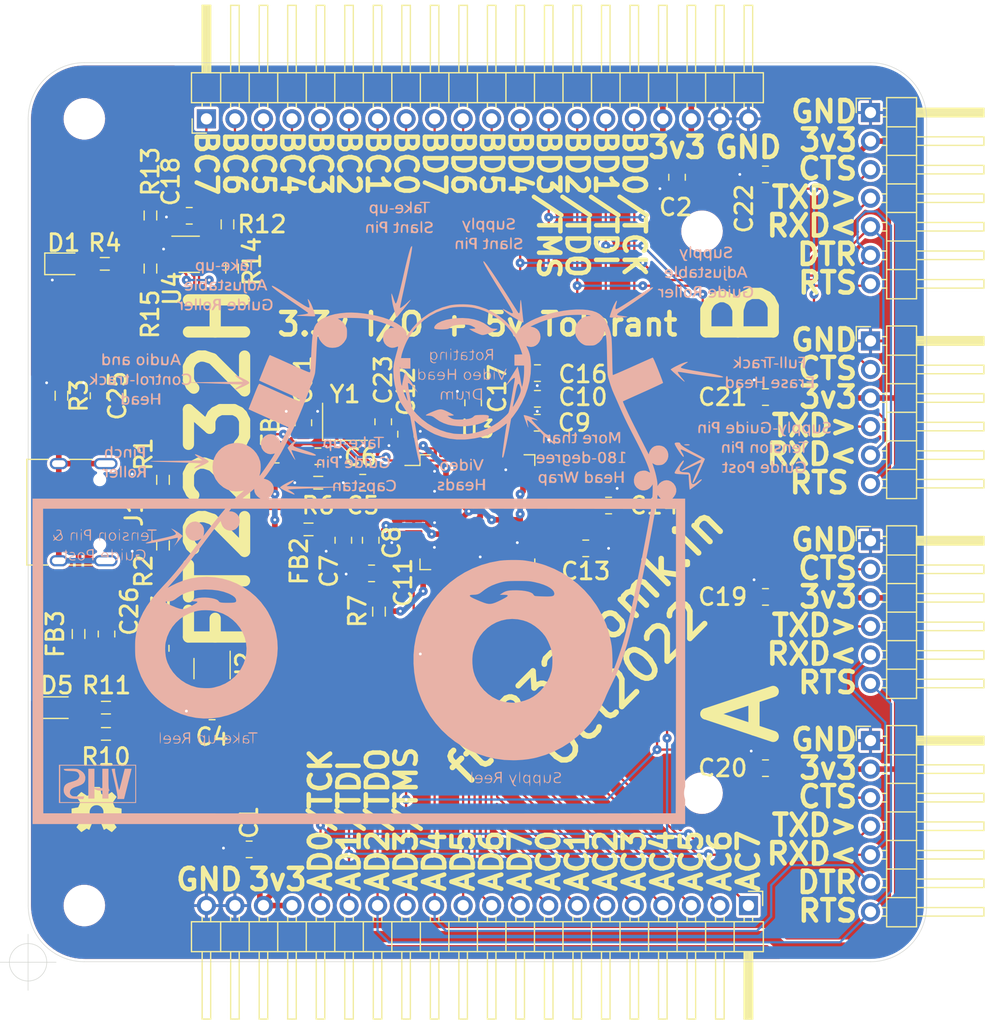
<source format=kicad_pcb>
(kicad_pcb (version 20211014) (generator pcbnew)
  (layers (0 "F.Cu" signal) (31 "B.Cu" signal) (34 "B.Paste" user) (35 "F.Paste" user) (36 "B.SilkS" user "B.Silkscreen") (37 "F.SilkS" user "F.Silkscreen") (38 "B.Mask" user) (39 "F.Mask" user) (44 "Edge.Cuts" user))
  (net 0 "")
  (net 1 "+5V")
  (net 2 "GND")
  (net 3 "/AD7")
  (net 4 "+3V3")
  (net 5 "/VPHY")
  (net 6 "/VPLL")
  (net 7 "VREG")
  (net 8 "/AC0")
  (net 9 "Net-(C25-Pad2)")
  (net 10 "Net-(D1-Pad2)")
  (net 11 "/AC1")
  (net 12 "/AC2")
  (net 13 "/AC3")
  (net 14 "/AC4")
  (net 15 "/AC5")
  (net 16 "/AC6")
  (net 17 "/~{ENABLE}")
  (net 18 "Net-(D5-Pad2)")
  (net 19 "/VBUS")
  (net 20 "/USB_DP")
  (net 21 "Net-(J1-PadB5)")
  (net 23 "/USB_DN")
  (net 24 "Net-(J1-PadA5)")
  (net 26 "/AC7")
  (net 27 "/BC0")
  (net 28 "/BC1")
  (net 29 "/BC2")
  (net 30 "/BC3")
  (net 31 "/BC4")
  (net 32 "/BC5")
  (net 33 "/BC6")
  (net 34 "/BC7")
  (net 35 "Net-(R6-Pad2)")
  (net 36 "Net-(R7-Pad2)")
  (net 37 "/EECS")
  (net 38 "Net-(R13-Pad2)")
  (net 39 "/EECLK")
  (net 40 "/EEDATA")
  (net 41 "/BD5")
  (net 42 "/BD7")
  (net 43 "/BD4")
  (net 44 "/BD3")
  (net 45 "/BD1")
  (net 46 "/BD0")
  (net 47 "/AD0")
  (net 48 "/AD2")
  (net 49 "/AD4")
  (net 50 "/AD1")
  (net 51 "/AD3")
  (net 52 "/AD5")
  (net 53 "/AD6")
  (net 54 "/BD2")
  (net 55 "/BD6")
  (net 58 "Net-(C23-Pad1)")
  (net 59 "Net-(C31-Pad1)")
  (footprint "Inductor_SMD:L_0805_2012Metric" (layer "F.Cu") (at 61.9252 109.728 180)
    (fp_text reference "R10")
    (fp_text value "10k")
  )
  (footprint "ft2232-breakout:USB_C_Receptacle_HRO_TYPE-C-31-M-12" (layer "F.Cu") (at 58.7732 90 -90)
    (fp_text reference "J1")
    (fp_text value "USB_C_Receptacle_USB2.0")
  )
  (footprint "LED_SMD:LED_0805_2012Metric" (layer "F.Cu") (at 58.1636 67.9008)
    (fp_text reference "D1")
    (fp_text value "YELLOW")
  )
  (footprint "Inductor_SMD:L_0805_2012Metric" (layer "F.Cu") (at 80.8266 87.376)
    (fp_text reference "R6")
    (fp_text value "12k, 1%")
  )
  (footprint "Capacitor_SMD:C_0805_2012Metric" (layer "F.Cu") (at 104.648 93.218)
    (fp_text reference "C13")
    (fp_text value "100n")
  )
  (footprint "Capacitor_SMD:C_0805_2012Metric" (layer "F.Cu") (at 61.2648 79.6356 -90)
    (fp_text reference "C25")
    (fp_text value "NF")
  )
  (footprint "Connector_PinHeader_2.54mm:PinHeader_1x06_P2.54mm_Horizontal" (layer "F.Cu") (at 130 92.54)
    (fp_text reference "J6" hide)
    (fp_text value "Conn_01x06")
  )
  (footprint "Capacitor_SMD:C_0805_2012Metric" (layer "F.Cu") (at 100.3452 79.9084)
    (fp_text reference "C10")
    (fp_text value "2u2")
  )
  (footprint "Connector_PinHeader_2.54mm:PinHeader_1x07_P2.54mm_Horizontal" (layer "F.Cu") (at 130 110.32)
    (fp_text reference "J4" hide)
    (fp_text value "Conn_01x07")
  )
  (footprint "Capacitor_SMD:C_0805_2012Metric" (layer "F.Cu") (at 80.8012 85.0288)
    (fp_text reference "C6")
    (fp_text value "2u2")
  )
  (footprint "Capacitor_SMD:C_0805_2012Metric" (layer "F.Cu") (at 86.614 81.9554 -90)
    (fp_text reference "C23")
    (fp_text value "30pF")
  )
  (footprint "Inductor_SMD:L_0805_2012Metric" (layer "F.Cu") (at 67.0052 87.122 -90)
    (fp_text reference "R1")
    (fp_text value "5k1")
  )
  (footprint "Capacitor_SMD:C_0805_2012Metric" (layer "F.Cu") (at 84.789 87.376 180)
    (fp_text reference "C5")
    (fp_text value "100n")
  )
  (footprint "Package_QFP:LQFP-64_10x10mm_P0.5mm" (layer "F.Cu") (at 95 90)
    (fp_text reference "U3")
    (fp_text value "FT2232HL")
  )
  (footprint "ft2232-breakout:SOT-23-6_RoundRect" (layer "F.Cu") (at 69.342 67.0517)
    (fp_text reference "U4")
    (fp_text value "93LC46BT-I/OT")
  )
  (footprint "MountingHole:MountingHole_3.2mm_M3_ISO7380" (layer "F.Cu") (at 60 55)
    (fp_text reference "H2" hide)
    (fp_text value "MountingHole" hide)
  )
  (footprint "Capacitor_SMD:C_0805_2012Metric" (layer "F.Cu") (at 91.44 101.6 -90)
    (fp_text reference "C15")
    (fp_text value "100n")
  )
  (footprint "ft2232-breakout:SOT-23-5_RoundRect" (layer "F.Cu") (at 71.374 103.918 -90)
    (fp_text reference "U2")
    (fp_text value "MIC5205-3.3YM5")
  )
  (footprint "MountingHole:MountingHole_3.2mm_M3_ISO7380" (layer "F.Cu") (at 115 65)
    (fp_text reference "H1" hide)
    (fp_text value "MountingHole" hide)
  )
  (footprint "Inductor_SMD:L_0805_2012Metric" (layer "F.Cu") (at 65.8876 63.5973 -90)
    (fp_text reference "R13")
    (fp_text value "10k")
  )
  (footprint "ft2232-breakout:Crystal_SMD_3225-4Pin_3.2x2.5mm_RoundRect" (layer "F.Cu") (at 83.2142 81.9554)
    (fp_text reference "Y1")
    (fp_text value "12MHz")
  )
  (footprint "Capacitor_SMD:C_0805_2012Metric" (layer "F.Cu") (at 85.5002 92.4964 -90)
    (fp_text reference "C8")
    (fp_text value "100n")
  )
  (footprint "Inductor_SMD:L_0805_2012Metric" (layer "F.Cu") (at 61.8236 67.9008 180)
    (fp_text reference "R4")
    (fp_text value "330")
  )
  (footprint "Inductor_SMD:L_0805_2012Metric" (layer "F.Cu") (at 73.152 68.326 -90)
    (fp_text reference "R14")
    (fp_text value "10k")
  )
  (footprint "Inductor_SMD:L_0805_2012Metric" (layer "F.Cu") (at 76.9404 85.0542)
    (fp_text reference "FB1")
    (fp_text value "600R, 0.5A")
  )
  (footprint "Connector_PinHeader_2.54mm:PinHeader_1x07_P2.54mm_Horizontal" (layer "F.Cu") (at 130 54.44)
    (fp_text reference "J5" hide)
    (fp_text value "Conn_01x07")
  )
  (footprint "Inductor_SMD:L_0805_2012Metric" (layer "F.Cu") (at 72.7456 64.389 -90)
    (fp_text reference "R12")
    (fp_text value "10k")
  )
  (footprint "ft2232-breakout:OSHW-Symbol_4.4x4mm_SilkScreen" (layer "F.Cu") (at 61.087 116.459)
    (fp_text reference "LOGO1" hide)
    (fp_text value "Logo_Open_Hardware_Small" hide)
  )
  (footprint "MountingHole:MountingHole_3.2mm_M3_ISO7380" (layer "F.Cu") (at 115 115)
    (fp_text reference "H4" hide)
    (fp_text value "MountingHole" hide)
  )
  (footprint "Capacitor_SMD:C_0805_2012Metric" (layer "F.Cu") (at 100.33 82.042)
    (fp_text reference "C9")
    (fp_text value "2u2")
  )
  (footprint "Inductor_SMD:L_0805_2012Metric" (layer "F.Cu") (at 65.8876 68.3217 90)
    (fp_text reference "R15")
    (fp_text value "2.2k")
  )
  (footprint "Capacitor_SMD:C_0805_2012Metric" (layer "F.Cu") (at 120.65 112.776 180)
    (fp_text reference "C20")
    (fp_text value "2u2")
  )
  (footprint "MountingHole:MountingHole_3.2mm_M3_ISO7380" (layer "F.Cu") (at 60 125)
    (fp_text reference "H3" hide)
    (fp_text value "MountingHole" hide)
  )
  (footprint "Capacitor_SMD:C_0805_2012Metric" (layer "F.Cu") (at 120.65 59.944 180)
    (fp_text reference "C22")
    (fp_text value "2u2")
  )
  (footprint "Inductor_SMD:L_0805_2012Metric" (layer "F.Cu") (at 67.0052 92.964 -90)
    (fp_text reference "R2")
    (fp_text value "5k1")
  )
  (footprint "Capacitor_SMD:C_0805_2012Metric" (layer "F.Cu") (at 112.776 60.198 -90)
    (fp_text reference "C2")
    (fp_text value "2u2")
  )
  (footprint "Connector_PinHeader_2.54mm:PinHeader_1x20_P2.54mm_Horizontal" (layer "F.Cu") (at 70.87 55 90)
    (fp_text reference "J3" hide)
    (fp_text value "Conn_01x20")
  )
  (footprint "Inductor_SMD:L_0805_2012Metric" (layer "F.Cu") (at 59.4868 100.838 90)
    (fp_text reference "FB3")
    (fp_text value "600R, 0.5A")
  )
  (footprint "Capacitor_SMD:C_0805_2012Metric" (layer "F.Cu") (at 120.65 79.756 180)
    (fp_text reference "C21")
    (fp_text value "2u2")
  )
  (footprint "LED_SMD:LED_0805_2012Metric" (layer "F.Cu") (at 57.5564 107.3912)
    (fp_text reference "D5")
    (fp_text value "GREEN")
  )
  (footprint "Capacitor_SMD:C_0805_2012Metric" (layer "F.Cu") (at 120.65 97.536 180)
    (fp_text reference "C19")
    (fp_text value "2u2")
  )
  (footprint "Capacitor_SMD:C_0805_2012Metric" (layer "F.Cu") (at 100.3452 77.6224)
    (fp_text reference "C16")
    (fp_text value "100n")
  )
  (footprint "Capacitor_SMD:C_0805_2012Metric" (layer "F.Cu") (at 69.342 63.627 180)
    (fp_text reference "C18")
    (fp_text value "100n")
  )
  (footprint "Capacitor_SMD:C_0805_2012Metric" (layer "F.Cu") (at 66.802 102.108 90)
    (fp_text reference "C3")
    (fp_text value "2u2")
  )
  (footprint "Inductor_SMD:L_0805_2012Metric" (layer "F.Cu") (at 61.9252 107.3912)
    (fp_text reference "R11")
    (fp_text value "330")
  )
  (footprint "Inductor_SMD:L_0805_2012Metric" (layer "F.Cu") (at 57.9628 79.6356 -90)
    (fp_text reference "R3")
    (fp_text value "1M")
  )
  (footprint "Inductor_SMD:L_0805_2012Metric" (layer "F.Cu") (at 86.2368 98.8464 90)
    (fp_text reference "R7")
    (fp_text value "10k")
  )
  (footprint "Capacitor_SMD:C_0805_2012Metric" (layer "F.Cu") (at 74.676 120 180)
    (fp_text reference "C1")
    (fp_text value "2u2")
  )
  (footprint "Inductor_SMD:L_0805_2012Metric" (layer "F.Cu") (at 79.963 91.5312)
    (fp_text reference "FB2")
    (fp_text value "600R, 0.5A")
  )
  (footprint "Connector_PinHeader_2.54mm:PinHeader_1x06_P2.54mm_Horizontal" (layer "F.Cu") (at 130 74.76)
    (fp_text reference "J7" hide)
    (fp_text value "Conn_01x06")
  )
  (footprint "Connector_PinHeader_2.54mm:PinHeader_1x20_P2.54mm_Horizontal" (layer "F.Cu") (at 119.13 125 -90)
    (fp_text reference "J2" hide)
    (fp_text value "Conn_01x20")
  )
  (footprint "Capacitor_SMD:C_0805_2012Metric" (layer "F.Cu") (at 61.976 100.838 90)
    (fp_text reference "C26")
    (fp_text value "100n")
  )
  (footprint "Capacitor_SMD:C_0805_2012Metric" (layer "F.Cu") (at 71.374 107.728 180)
    (fp_text reference "C4")
    (fp_text value "2u2")
  )
  (footprint "Capacitor_SMD:C_0805_2012Metric" (layer "F.Cu") (at 106.68 89.408)
    (fp_text reference "C14")
    (fp_text value "100n")
  )
  (footprint "Capacitor_SMD:C_0805_2012Metric" (layer "F.Cu") (at 83.0618 92.4964 -90)
    (fp_text reference "C7")
    (fp_text value "2u2")
  )
  (footprint "Capacitor_SMD:C_0805_2012Metric" (layer "F.Cu") (at 85.5764 95.4428 180)
    (fp_text reference "C11")
    (fp_text value "100n")
  )
  (footprint "Capacitor_SMD:C_0805_2012Metric" (layer "F.Cu") (at 94.6188 80.264 90)
    (fp_text reference "C17")
    (fp_text value "100n")
  )
  (footprint "Capacitor_SMD:C_0805_2012Metric" (layer "F.Cu") (at 88.646 83.058 90)
    (fp_text reference "C12")
    (fp_text value "100n")
  )
  (footprint "Capacitor_SMD:C_0805_2012Metric" (layer "F.Cu") (at 79.502 82.042 90)
    (fp_text reference "C31")
    (fp_text value "30pF")
  )
  (footprint "ft2232-breakout:logo" (layer "B.Cu") (at 90.169178 90.472847 180)
    (fp_text reference "G***" hide)
    (fp_text value "LOGO" hide)
  )
  (gr_arc (start 135 125) (mid 133.535534 128.535534) (end 130 130) (layer "Edge.Cuts") (width 0.05))
  (gr_arc (start 60 130) (mid 56.464466 128.535534) (end 55 125) (layer "Edge.Cuts") (width 0.05))
  (gr_line (start 60 130) (end 130 130) (layer "Edge.Cuts") (width 0.05))
  (gr_line (start 135 125) (end 135 55) (layer "Edge.Cuts") (width 0.05))
  (gr_line (start 55 55) (end 55 125) (layer "Edge.Cuts") (width 0.05))
  (gr_arc (start 130 50) (mid 133.535534 51.464466) (end 135 55) (layer "Edge.Cuts") (width 0.05))
  (gr_line (start 130 50) (end 60 50) (layer "Edge.Cuts") (width 0.05))
  (gr_arc (start 55 55) (mid 56.464466 51.464466) (end 60 50) (layer "Edge.Cuts") (width 0.05))
  (gr_text "AC3" (at 108.966 123.952 90) (layer "F.SilkS") (effects (font (size 1.9 1.9) (thickness 0.4)) (justify left)))
  (gr_text "DTR" (at 129.032 67.056) (layer "F.SilkS") (effects (font (size 1.9 1.9) (thickness 0.4)) (justify right)))
  (gr_text "3v3" (at 129.032 79.756) (layer "F.SilkS") (effects (font (size 1.9 1.9) (thickness 0.4)) (justify right)))
  (gr_text "GND" (at 129.032 74.676) (layer "F.SilkS") (effects (font (size 1.9 1.9) (thickness 0.4)) (justify right)))
  (gr_text "RXD<" (at 129.032 120.396) (layer "F.SilkS") (effects (font (size 1.9 1.9) (thickness 0.4)) (justify right)))
  (gr_text "TXD>" (at 129.032 61.976) (layer "F.SilkS") (effects (font (size 1.9 1.9) (thickness 0.4)) (justify right)))
  (gr_text "AC7" (at 119.126 123.952 90) (layer "F.SilkS") (effects (font (size 1.9 1.9) (thickness 0.4)) (justify left)))
  (gr_text "AC5" (at 114.046 123.952 90) (layer "F.SilkS") (effects (font (size 1.9 1.9) (thickness 0.4)) (justify left)))
  (gr_text "AC6" (at 116.586 123.952 90) (layer "F.SilkS") (effects (font (size 1.9 1.9) (thickness 0.4)) (justify left)))
  (gr_text "BD2/TDO" (at 103.886 55.88 270) (layer "F.SilkS") (effects (font (size 1.9 1.9) (thickness 0.4)) (justify left)))
  (gr_text "BC5" (at 75.946 55.88 270) (layer "F.SilkS") (effects (font (size 1.9 1.9) (thickness 0.4)) (justify left)))
  (gr_text "RTS" (at 129.032 105.156) (layer "F.SilkS") (effects (font (size 1.9 1.9) (thickness 0.4)) (justify right)))
  (gr_text "CTS" (at 129.032 59.436) (layer "F.SilkS") (effects (font (size 1.9 1.9) (thickness 0.4)) (justify right)))
  (gr_text "TXD>" (at 129.032 100.076) (layer "F.SilkS") (effects (font (size 1.9 1.9) (thickness 0.4)) (justify right)))
  (gr_text "AD6" (at 96.266 123.952 90) (layer "F.SilkS") (effects (font (size 1.9 1.9) (thickness 0.4)) (justify left)))
  (gr_text "CTS" (at 129.032 94.996) (layer "F.SilkS") (effects (font (size 1.9 1.9) (thickness 0.4)) (justify right)))
  (gr_text "GND" (at 129.032 54.356) (layer "F.SilkS") (effects (font (size 1.9 1.9) (thickness 0.4)) (justify right)))
  (gr_text "RXD<" (at 129.032 64.516) (layer "F.SilkS") (effects (font (size 1.9 1.9) (thickness 0.4)) (justify right)))
  (gr_text "GND" (at 129.032 110.236) (layer "F.SilkS") (effects (font (size 1.9 1.9) (thickness 0.4)) (justify right)))
  (gr_text "AD1/TDI" (at 83.566 123.952 90) (layer "F.SilkS") (effects (font (size 1.9 1.9) (thickness 0.4)) (justify left)))
  (gr_text "FT2232H" (at 72.009 86.106 90) (layer "F.SilkS") (effects (font (size 5 5) (thickness 1))))
  (gr_text "BC6" (at 73.406 55.88 270) (layer "F.SilkS") (effects (font (size 1.9 1.9) (thickness 0.4)) (justify left)))
  (gr_text "BD5" (at 96.266 55.88 270) (layer "F.SilkS") (effects (font (size 1.9 1.9) (thickness 0.4)) (justify left)))
  (gr_text "BC3" (at 81.026 55.88 270) (layer "F.SilkS") (effects (font (size 1.9 1.9) (thickness 0.4)) (justify left)))
  (gr_text "GND" (at 129.032 92.456) (layer "F.SilkS") (effects (font (size 1.9 1.9) (thickness 0.4)) (justify right)))
  (gr_text "AD5" (at 93.726 123.952 90) (layer "F.SilkS") (effects (font (size 1.9 1.9) (thickness 0.4)) (justify left)))
  (gr_text "3v3" (at 129.032 97.536) (layer "F.SilkS") (effects (font (size 1.9 1.9) (thickness 0.4)) (justify right)))
  (gr_text "AD3/TMS" (at 88.646 123.952 90) (layer "F.SilkS") (effects (font (size 1.9 1.9) (thickness 0.4)) (justify left)))
  (gr_text "3v3" (at 77.216 122.682) (layer "F.SilkS") (effects (font (size 1.9 1.9) (thickness 0.4))))
  (gr_text "BD4" (at 98.806 55.88 270) (layer "F.SilkS") (effects (font (size 1.9 1.9) (thickness 0.4)) (justify left)))
  (gr_text "RTS" (at 129.032 69.596) (layer "F.SilkS") (effects (font (size 1.9 1.9) (thickness 0.4)) (justify right)))
  (gr_text "BC7" (at 70.866 55.88 270) (layer "F.SilkS") (effects (font (size 1.9 1.9) (thickness 0.4)) (justify left)))
  (gr_text "BD7" (at 91.186 55.88 270) (layer "F.SilkS") (effects (font (size 1.9 1.9) (thickness 0.4)) (justify left)))
  (gr_text "ft2232.tomk.in\nOct2022" (at 106.299 103.505 45) (layer "F.SilkS") (effects (font (size 3 3) (thickness 0.5))))
  (gr_text "AC2" (at 106.426 123.952 90) (layer "F.SilkS") (effects (font (size 1.9 1.9) (thickness 0.4)) (justify left)))
  (gr_text "RTS" (at 129.032 125.476) (layer "F.SilkS") (effects (font (size 1.9 1.9) (thickness 0.4)) (justify right)))
  (gr_text "GND" (at 71.12 122.682) (layer "F.SilkS") (effects (font (size 1.9 1.9) (thickness 0.4))))
  (gr_text "BC2" (at 83.566 55.88 270) (layer "F.SilkS") (effects (font (size 1.9 1.9) (thickness 0.4)) (justify left)))
  (gr_text "BD6" (at 93.726 55.88 270) (layer "F.SilkS") (effects (font (size 1.9 1.9) (thickness 0.4)) (justify left)))
  (gr_text "TXD>" (at 129.032 117.856) (layer "F.SilkS") (effects (font (size 1.9 1.9) (thickness 0.4)) (justify right)))
  (gr_text "BC4" (at 78.486 55.88 270) (layer "F.SilkS") (effects (font (size 1.9 1.9) (thickness 0.4)) (justify left)))
  (gr_text "3v3" (at 129.032 56.896) (layer "F.SilkS") (effects (font (size 1.9 1.9) (thickness 0.4)) (justify right)))
  (gr_text "BD1/TDI" (at 106.426 55.88 270) (layer "F.SilkS") (effects (font (size 1.9 1.9) (thickness 0.4)) (justify left)))
  (gr_text "B" (at 118.618 72.39 90) (layer "F.SilkS") (effects (font (size 6 6) (thickness 1))))
  (gr_text "GND" (at 119.126 57.531) (layer "F.SilkS") (effects (font (size 1.9 1.9) (thickness 0.4))))
  (gr_text "RTS" (at 128.27 87.376) (layer "F.SilkS") (effects (font (size 1.9 1.9) (thickness 0.4)) (justify right)))
  (gr_text "BC0" (at 88.646 55.88 270) (layer "F.SilkS") (effects (font (size 1.9 1.9) (thickness 0.4)) (justify left)))
  (gr_text "RXD<" (at 129.032 84.836) (layer "F.SilkS") (effects (font (size 1.9 1.9) (thickness 0.4)) (justify right)))
  (gr_text "RXD<" (at 129.032 102.616) (layer "F.SilkS") (effects (font (size 1.9 1.9) (thickness 0.4)) (justify right)))
  (gr_text "AD2/TDO" (at 86.106 123.952 90) (layer "F.SilkS") (effects (font (size 1.9 1.9) (thickness 0.4)) (justify left)))
  (gr_text "AC0" (at 101.346 123.952 90) (layer "F.SilkS") (effects (font (size 1.9 1.9) (thickness 0.4)) (justify left)))
  (gr_text "3v3" (at 129.032 112.776) (layer "F.SilkS") (effects (font (size 1.9 1.9) (thickness 0.4)) (justify right)))
  (gr_text "CTS" (at 129.032 77.216) (layer "F.SilkS") (effects (font (size 1.9 1.9) (thickness 0.4)) (justify right)))
  (gr_text "AC4" (at 111.506 123.952 90) (layer "F.SilkS") (effects (font (size 1.9 1.9) (thickness 0.4)) (justify left)))
  (gr_text "CTS" (at 129.032 115.316) (layer "F.SilkS") (effects (font (size 1.9 1.9) (thickness 0.4)) (justify right)))
  (gr_text "A" (at 118.618 107.95 90) (layer "F.SilkS") (effects (font (size 6 6) (thickness 1))))
  (gr_text "TXD>" (at 129.032 82.296) (layer "F.SilkS") (effects (font (size 1.9 1.9) (thickness 0.4)) (justify right)))
  (gr_text "3v3" (at 112.776 57.531) (layer "F.SilkS") (effects (font (size 1.9 1.9) (thickness 0.4))))
  (gr_text "BD0/TCK" (at 108.966 55.88 270) (layer "F.SilkS") (effects (font (size 1.9 1.9) (thickness 0.4)) (justify left)))
  (gr_text "AD7" (at 98.806 123.952 90) (layer "F.SilkS") (effects (font (size 1.9 1.9) (thickness 0.4)) (justify left)))
  (gr_text "BD3/TMS" (at 101.346 55.88 270) (layer "F.SilkS") (effects (font (size 1.9 1.9) (thickness 0.4)) (justify left)))
  (gr_text "3.3v I/O + 5v Tolerant" (at 95 73.279) (layer "F.SilkS") (effects (font (size 2 2) (thickness 0.4))))
  (gr_text "DTR" (at 129.032 122.936) (layer "F.SilkS") (effects (font (size 1.9 1.9) (thickness 0.4)) (justify right)))
  (gr_text "AD4" (at 91.186 123.952 90) (layer "F.SilkS") (effects (font (size 1.9 1.9) (thickness 0.4)) (justify left)))
  (gr_text "BC1" (at 86.106 55.88 270) (layer "F.SilkS") (effects (font (size 1.9 1.9) (thickness 0.4)) (justify left)))
  (gr_text "AD0/TCK" (at 81.026 123.952 90) (layer "F.SilkS") (effects (font (size 1.9 1.9) (thickness 0.4)) (justify left)))
  (gr_text "AC1" (at 103.886 123.952 90) (layer "F.SilkS") (effects (font (size 1.9 1.9) (thickness 0.4)) (justify left)))
  (target plus (at 54.991 130.048) (size 5) (width 0.05) (layer "Edge.Cuts"))
  (segment (start 61.976 101.788) (end 61.976 102.87) (width 0.5) (layer "F.Cu") (net 1))
  (segment (start 66.802 103.886) (end 70.612 103.886) (width 0.5) (layer "F.Cu") (net 1))
  (segment (start 66.802 103.058) (end 66.802 103.886) (width 0.2) (layer "F.Cu") (net 1))
  (segment (start 70.612 103.886) (end 71.882 103.886) (width 0.5) (layer "F.Cu") (net 1))
  (segment (start 59.4868 101.9005) (end 61.8635 101.9005) (width 0.5) (layer "F.Cu") (net 1))
  (segment (start 61.976 102.87) (end 62.992 103.886) (width 0.5) (layer "F.Cu") (net 1))
  (segment (start 70.424 102.818) (end 70.424 103.698) (width 0.2) (layer "F.Cu") (net 1))
  (segment (start 70.424 103.698) (end 70.612 103.886) (width 0.2) (layer "F.Cu") (net 1))
  (segment (start 62.992 103.886) (end 66.802 103.886) (width 0.5) (layer "F.Cu") (net 1))
  (segment (start 71.882 103.886) (end 72.324 103.444) (width 0.2) (layer "F.Cu") (net 1))
  (segment (start 72.324 103.444) (end 72.324 102.818) (width 0.2) (layer "F.Cu") (net 1))
  (segment (start 89.325 93.25) (end 91.051075 93.25) (width 0.2) (layer "F.Cu") (net 2))
  (segment (start 91.004 90.75) (end 91.186 90.932) (width 0.2) (layer "F.Cu") (net 2))
  (segment (start 89.325 86.25) (end 91.076 86.25) (width 0.2) (layer "F.Cu") (net 2))
  (segment (start 98.592 92.75) (end 98.552 92.71) (width 0.2) (layer "F.Cu") (net 2))
  (segment (start 91.051075 93.25) (end 91.170575 93.1305) (width 0.2) (layer "F.Cu") (net 2))
  (segment (start 100.675 92.75) (end 98.592 92.75) (width 0.2) (layer "F.Cu") (net 2))
  (segment (start 89.325 91.25) (end 90.868 91.25) (width 0.2) (layer "F.Cu") (net 2))
  (segment (start 91.076 86.25) (end 91.186 86.36) (width 0.2) (layer "F.Cu") (net 2))
  (segment (start 91.074 88.25) (end 91.186 88.138) (width 0.2) (layer "F.Cu") (net 2))
  (segment (start 89.325 88.25) (end 91.074 88.25) (width 0.2) (layer "F.Cu") (net 2))
  (segment (start 97.75 84.325) (end 97.75 86.002748) (width 0.2) (layer "F.Cu") (net 2))
  (segment (start 90.868 91.25) (end 91.186 90.932) (width 0.2) (layer "F.Cu") (net 2))
  (segment (start 89.325 90.75) (end 91.004 90.75) (width 0.2) (layer "F.Cu") (net 2))
  (segment (start 97.75 86.002748) (end 97.5255 86.227248) (width 0.2) (layer "F.Cu") (net 2))
  (segment (start 95.25 95.675) (end 95.25 93.98) (width 0.2) (layer "F.Cu") (net 2))
  (via (at 67.056 66.5871) (size 0.8) (drill 0.25) (layers "F.Cu" "B.Cu") (net 2))
  (via (at 84.836 84.074) (size 0.8) (drill 0.25) (layers "F.Cu" "B.Cu") (net 2))
  (via (at 87.122 84.074) (size 0.8) (drill 0.25) (layers "F.Cu" "B.Cu") (net 2))
  (via (at 83.058 87.376) (size 0.8) (drill 0.25) (layers "F.Cu" "B.Cu") (net 2))
  (via (at 56.642 78.486) (size 0.8) (drill 0.25) (layers "F.Cu" "B.Cu") (net 2))
  (via (at 98.552 92.71) (size 0.8) (drill 0.25) (layers "F.Cu" "B.Cu") (net 2))
  (via (at 119.634 96.012) (size 0.8) (drill 0.25) (layers "F.Cu" "B.Cu") (net 2))
  (via (at 82.804 85.09) (size 0.8) (drill 0.25) (layers "F.Cu" "B.Cu") (net 2))
  (via (at 67.31 63.7329) (size 0.8) (drill 0.25) (layers "F.Cu" "B.Cu") (net 2))
  (via (at 93.218 79.248) (size 0.8) (drill 0.25) (layers "F.Cu" "B.Cu") (net 2))
  (via (at 89.916 82.804) (size 0.8) (drill 0.25) (layers "F.Cu" "B.Cu") (net 2))
  (via (at 91.186 90.932) (size 0.8) (drill 0.25) (layers "F.Cu" "B.Cu") (net 2))
  (via (at 78.74 87.376) (size 0.8) (drill 0.25) (layers "F.Cu" "B.Cu") (net 2))
  (via (at 64.262 93.472) (size 0.8) (drill 0.25) (layers "F.Cu" "B.Cu") (net 2))
  (via (at 106.68 93.218) (size 0.8) (drill 0.25) (layers "F.Cu" "B.Cu") (net 2))
  (via (at 69.088 107.696) (size 0.8) (drill 0.25) (layers "F.Cu" "B.Cu") (net 2))
  (via (at 100.33 78.74) (size 0.8) (drill 0.25) (layers "F.Cu" "B.Cu") (net 2))
  (via (at 91.170575 93.1305) (size 0.8) (drill 0.25) (layers "F.Cu" "B.Cu") (net 2))
  (via (at 77.978 81.026) (size 0.8) (drill 0.25) (layers "F.Cu" "B.Cu") (net 2))
  (via (at 87.376 92.71) (size 0.8) (drill 0.25) (layers "F.Cu" "B.Cu") (net 2))
  (via (at 118.364 59.944) (size 0.8) (drill 0.25) (layers "F.Cu" "B.Cu") (net 2))
  (via (at 89.916 102.616) (size 0.8) (drill 0.25) (layers "F.Cu" "B.Cu") (net 2))
  (via (at 95.25 93.98) (size 0.8) (drill 0.25) (layers "F.Cu" "B.Cu") (net 2))
  (via (at 107.442 87.884) (size 0.8) (drill 0.25) (layers "F.Cu" "B.Cu") (net 2))
  (via (at 91.186 86.36) (size 0.8) (drill 0.25) (layers "F.Cu" "B.Cu") (net 2))
  (via (at 81.534 93.472) (size 0.8) (drill 0.25) (layers "F.Cu" "B.Cu") (net 2))
  (via (at 111.252 61.214) (size 0.8) (drill 0.25) (layers "F.Cu" "B.Cu") (net 2))
  (via (at 57.15 69.342) (size 0.8) (drill 0.25) (layers "F.Cu" "B.Cu") (net 2))
  (via (at 59.944 78.486) (size 0.8) (drill 0.25) (layers "F.Cu" "B.Cu") (net 2))
  (via (at 119.634 78.232) (size 0.8) (drill 0.25) (layers "F.Cu" "B.Cu") (net 2))
  (via (at 64.262 86.614) (size 0.8) (drill 0.25) (layers "F.Cu" "B.Cu") (net 2))
  (via (at 100.33 81.026) (size 0.8) (drill 0.25) (layers "F.Cu" "B.Cu") (net 2))
  (via (at 91.186 88.138) (size 0.8) (drill 0.25) (layers "F.Cu" "B.Cu") (net 2))
  (via (at 97.5255 86.227248) (size 0.8) (drill 0.25) (layers "F.Cu" "B.Cu") (net 2))
  (via (at 80.772 81.026) (size 0.8) (drill 0.25) (layers "F.Cu" "B.Cu") (net 2))
  (via (at 119.38 111.252) (size 0.8) (drill 0.25) (layers "F.Cu" "B.Cu") (net 2))
  (via (at 72.39 119.888) (size 0.8) (drill 0.25) (layers "F.Cu" "B.Cu") (net 2))
  (via (at 101.346 83.566) (size 0.8) (drill 0.25) (layers "F.Cu" "B.Cu") (net 2))
  (via (at 83.312 95.504) (size 0.8) (drill 0.25) (layers "F.Cu" "B.Cu") (net 2))
  (segment (start 94.75 95.675) (end 94.75 120.94) (width 0.2) (layer "F.Cu") (net 3))
  (segment (start 94.75 120.94) (end 98.81 125) (width 0.2) (layer "F.Cu") (net 3))
  (segment (start 98.25 86.916) (end 98.044 87.122) (width 0.25) (layer "F.Cu") (net 4))
  (segment (start 95.25 85.598) (end 95.25 89.408) (width 0.5) (layer "F.Cu") (net 4))
  (segment (start 76.962 88.392) (end 76.962 87.63) (width 0.5) (layer "F.Cu") (net 4))
  (segment (start 65.786 58.928) (end 68.326 58.928) (width 0.5) (layer "F.Cu") (net 4))
  (segment (start 71.247 65.151) (end 71.12 65.278) (width 0.5) (layer "F.Cu") (net 4))
  (segment (start 86.2368 98.9368) (end 86.106 98.806) (width 0.2) (layer "F.Cu") (net 4))
  (segment (start 62.8861 65.5363) (end 62.8861 67.9008) (width 0.2) (layer "F.Cu") (net 4))
  (segment (start 94.869 91.059) (end 94.869 90.805) (width 0.5) (layer "F.Cu") (net 4))
  (segment (start 99.3952 77.6224) (end 98.25 78.7676) (width 0.2) (layer "F.Cu") (net 4))
  (segment (start 114.05 55) (end 114.05 51.058) (width 0.5) (layer "F.Cu") (net 4))
  (segment (start 71.2681 62.8861) (end 71.374 62.992) (width 0.2) (layer "F.Cu") (net 4))
  (segment (start 92.75 98.258) (end 91.44 99.568) (width 0.2) (layer "F.Cu") (net 4))
  (segment (start 111.506 51.054) (end 111.51 51.058) (width 0.5) (layer "F.Cu") (net 4))
  (segment (start 76.962 97.232) (end 76.962 91.44) (width 0.5) (layer "F.Cu") (net 4))
  (segment (start 91.948 93.726) (end 91.694 93.98) (width 0.5) (layer "F.Cu") (net 4))
  (segment (start 70.292 63.627) (end 71.247 63.627) (width 0.2) (layer "F.Cu") (net 4))
  (segment (start 94.869 90.805) (end 91.948 93.726) (width 0.5) (layer "F.Cu") (net 4))
  (segment (start 65.786 53.848) (end 65.786 58.928) (width 1) (layer "F.Cu") (net 4))
  (segment (start 72.324 106.238) (end 72.324 105.018) (width 0.5) (layer "F.Cu") (net 4))
  (segment (start 127.036 59.944) (end 130 56.98) (width 0.5) (layer "F.Cu") (net 4))
  (segment (start 114.046 51.054) (end 111.506 51.054) (width 1) (layer "F.Cu") (net 4))
  (segment (start 114.046 51.054) (end 129.714 51.054) (width 1) (layer "F.Cu") (net 4))
  (segment (start 95.25 89.408) (end 95.25 90.424) (width 0.5) (layer "F.Cu") (net 4))
  (segment (start 111.506 51.054) (end 68.58 51.054) (width 1) (layer "F.Cu") (net 4))
  (segment (start 132.588 56.896) (end 132.588 53.928) (width 1) (layer "F.Cu") (net 4))
  (segment (start 98.25 95.675) (end 98.25 94.44) (width 0.2) (layer "F.Cu") (net 4))
  (segment (start 92.75 95.675) (end 92.75 94.448) (width 0.2) (layer "F.Cu") (net 4))
  (segment (start 111.51 57.982) (end 112.776 59.248) (width 0.5) (layer "F.Cu") (net 4))
  (segment (start 132.588 80.264) (end 132.588 56.896) (width 1) (layer "F.Cu") (net 4))
  (segment (start 98.25 84.325) (end 98.25 86.916) (width 0.25) (layer "F.Cu") (net 4))
  (segment (start 71.374 62.484) (end 71.374 62.992) (width 0.5) (layer "F.Cu") (net 4))
  (segment (start 86.106 98.806) (end 78.536 98.806) (width 0.5) (layer "F.Cu") (net 4))
  (segment (start 68.58 51.054) (end 66.04 53.594) (width 1) (layer "F.Cu") (net 4))
  (segment (start 78.49 125) (end 75.95 125) (width 0.5) (layer "F.Cu") (net 4))
  (segment (start 132.418 97.62) (end 132.588 97.79) (width 0.5) (layer "F.Cu") (net 4))
  (segment (start 98.044 94.234) (end 94.869 91.059) (width 0.5) (layer "F.Cu") (net 4))
  (segment (start 76.962 123.698) (end 75.95 124.71) (width 0.5) (layer "F.Cu") (net 4))
  (segment (start 98.044 87.122) (end 95.916 89.25) (width 0.5) (layer "F.Cu") (net 4))
  (segment (start 71.374 63.754) (end 71.374 64.77) (width 0.5) (layer "F.Cu") (net 4))
  (segment (start 130 97.62) (end 132.418 97.62) (width 0.5) (layer "F.Cu") (net 4))
  (segment (start 65.8876 62.5348) (end 62.8861 65.5363) (width 0.2) (layer "F.Cu") (net 4))
  (segment (start 132.504 112.86) (end 132.588 112.776) (width 0.5) (layer "F.Cu") (net 4))
  (segment (start 95.25 83.058) (end 94.6188 82.4268) (width 0.2) (layer "F.Cu") (net 4))
  (segment (start 66.04 53.594) (end 65.786 53.848) (width 1) (layer "F.Cu") (net 4))
  (segment (start 91.44 99.568) (end 91.44 100.65) (width 0.2) (layer "F.Cu") (net 4))
  (segment (start 92.75 94.448) (end 92.028 93.726) (width 0.5) (layer "F.Cu") (net 4))
  (segment (start 95.25 90.424) (end 94.869 90.805) (width 0.5) (layer "F.Cu") (net 4))
  (segment (start 86.2368 99.9089) (end 86.2368 98.9368) (width 0.2) (layer "F.Cu") (net 4))
  (segment (start 71.247 63.627) (end 71.374 63.754) (width 0.2) (layer "F.Cu") (net 4))
  (segment (start 73.66 105.156) (end 72.462 105.156) (width 0.5) (layer "F.Cu") (net 4))
  (segment (start 72.462 105.156) (end 72.324 105.018) (width 0.5) (layer "F.Cu") (net 4))
  (segment (start 77.0532 91.5312) (end 76.962 91.44) (width 0.5) (layer "F.Cu") (net 4))
  (segment (start 75.626 120) (end 75.626 124.676) (width 0.5) (layer "F.Cu") (net 4))
  (segment (start 130 79.84) (end 121.684 79.84) (width 0.5) (layer "F.Cu") (net 4))
  (segment (start 62.9877 107.3912) (end 64.1409 106.238) (width 0.2) (layer "F.Cu") (net 4))
  (segment (start 71.12 65.278) (end 70.442 65.956) (width 0.2) (layer "F.Cu") (net 4))
  (segment (start 130 112.86) (end 132.504 112.86) (width 0.5) (layer "F.Cu") (net 4))
  (segment (start 100.675 89.25) (end 99.41 89.25) (width 0.2) (layer "F.Cu") (net 4))
  (segment (start 91.694 93.98) (end 90.932 93.98) (width 0.5) (layer "F.Cu") (net 4))
  (segment (start 130.81 128.778) (end 122.174 128.778) (width 1) (layer "F.Cu") (net 4))
  (segment (start 95.916 89.25) (end 95.854 89.25) (width 0.5) (layer "F.Cu") (net 4))
  (segment (start 130 79.84) (end 132.164 79.84) (width 0.5) (layer "F.Cu") (net 4))
  (segment (start 92.028 93.726) (end 91.948 93.726) (width 0.5) (layer "F.Cu") (net 4))
  (segment (start 71.374 62.484) (end 71.9031 62.484) (width 0.2) (layer "F.Cu") (net 4))
  (segment (start 130 56.98) (end 132.504 56.98) (width 0.5) (layer "F.Cu") (net 4))
  (segment (start 132.588 53.928) (end 129.714 51.054) (width 1) (layer "F.Cu") (net 4))
  (segment (start 71.374 62.992) (end 71.374 63.754) (width 0.5) (layer "F.Cu") (net 4))
  (segment (start 65.786 58.928) (end 65.786 62.4332) (width 0.2) (layer "F.Cu") (net 4))
  (segment (start 90.17 94.742) (end 90.17 97.028) (width 0.5) (layer "F.Cu") (net 4))
  (segment (start 64.1409 106.238) (end 72.324 106.238) (width 0.2) (layer "F.Cu") (net 4))
  (segment (start 95.854 89.25) (end 95.408 89.25) (width 0.5) (layer "F.Cu") (net 4))
  (segment (start 114.05 57.974) (end 112.776 59.248) (width 0.5) (layer "F.Cu") (net 4))
  (segment (start 99.41 89.25) (end 95.854 89.25) (width 0.5) (layer "F.Cu") (net 4))
  (segment (start 76.962 123.698) (end 77.724 122.936) (width 1) (layer "F.Cu") (net 4))
  (segment (start 132.588 97.79) (end 132.588 80.264) (width 1) (layer "F.Cu") (net 4))
  (segment (start 69.088 127.762) (end 68.58 127.254) (width 1) (layer "F.Cu") (net 4))
  (segment (start 75.8779 86.5459) (end 75.8779 85.0542) (width 0.5) (layer "F.Cu") (net 4))
  (segment (start 132.164 79.84) (end 132.588 80.264) (width 0.5) (layer "F.Cu") (net 4))
  (segment (start 68.326 58.928) (end 71.374 61.976) (width 0.5) (layer "F.Cu") (net 4))
  (segment (start 95.25 84.325) (end 95.25 83.058) (width 0.2) (layer "F.Cu") (net 4))
  (segment (start 100.675 89.25) (end 105.572 89.25) (width 0.2) (layer "F.Cu") (net 4))
  (segment (start 98.25 78.7676) (end 98.25 84.325) (width 0.2) (layer "F.Cu") (net 4))
  (segment (start 76.454 105.156) (end 73.66 105.156) (width 1) (layer "F.Cu") (net 4))
  (segment (start 132.588 112.776) (end 132.588 97.79) (width 1) (layer "F.Cu") (net 4))
  (segment (start 92.75 95.675) (end 92.75 98.258) (width 0.2) (layer "F.Cu") (net 4))
  (segment (start 132.504 56.98) (end 132.588 56.896) (width 0.5) (layer "F.Cu") (net 4))
  (segment (start 132.588 127) (end 130.81 128.778) (width 1) (layer "F.Cu") (net 4))
  (segment (start 98.25 94.44) (end 98.044 94.234) (width 0.2) (layer "F.Cu") (net 4))
  (segment (start 71.374 61.976) (end 71.374 62.484) (width 0.5) (layer "F.Cu") (net 4))
  (segment (start 114.05 55) (end 114.05 57.974) (width 0.5) (layer "F.Cu") (net 4))
  (segment (start 68.58 127.254) (end 68.58 117.602) (width 1) (layer "F.Cu") (net 4))
  (segment (start 71.247 65.3585) (end 71.247 65.151) (width 0.2) (layer "F.Cu") (net 4))
  (segment (start 132.588 112.776) (end 132.588 127) (width 1) (layer "F.Cu") (net 4))
  (segment (start 78.536 98.806) (end 76.962 97.232) (width 0.5) (layer "F.Cu") (net 4))
  (segment (start 130 97.62) (end 121.684 97.62) (width 0.5) (layer "F.Cu") (net 4))
  (segment (start 77.724 122.936) (end 77.724 108.458) (width 1) (layer "F.Cu") (net 4))
  (segment (start 88.138 98.806) (end 86.106 98.806) (width 0.5) (layer "F.Cu") (net 4))
  (segment (start 121.158 127.762) (end 69.088 127.762) (width 1) (layer "F.Cu") (net 4))
  (segment (start 111.51 55) (end 111.51 57.982) (width 0.5) (layer "F.Cu") (net 4))
  (segment (start 114.05 51.058) (end 114.046 51.054) (width 0.5) (layer "F.Cu") (net 4))
  (segment (start 62.9877 107.3912) (end 62.9877 109.728) (width 0.2) (layer "F.Cu") (net 4))
  (segment (start 72.324 107.728) (end 72.324 106.238) (width 0.5) (layer "F.Cu") (net 4))
  (segment (start 122.174 128.778) (end 121.158 127.762) (width 1) (layer "F.Cu") (net 4))
  (segment (start 73.152 67.2635) (end 71.247 65.3585) (width 0.2) (layer "F.Cu") (net 4))
  (segment (start 95.408 89.25) (end 95.25 89.408) (width 0.5) (layer "F.Cu") (net 4))
  (segment (start 68.58 117.602) (end 77.724 108.458) (width 1) (layer "F.Cu") (net 4))
  (segment (start 71.374 65.024) (end 71.247 65.151) (width 0.5) (layer "F.Cu") (net 4))
  (segment (start 77.724 108.458) (end 77.724 106.426) (width 1) (layer "F.Cu") (net 4))
  (segment (start 111.51 51.058) (end 111.51 55) (width 0.5) (layer "F.Cu") (net 4))
  (segment (start 90.932 93.98) (end 90.17 94.742) (width 0.5) (layer "F.Cu") (net 4))
  (segment (start 71.9031 62.484) (end 72.7456 63.3265) (width 0.2) (layer "F.Cu") (net 4))
  (segment (start 76.962 91.44) (end 76.962 90.678) (width 0.5) (layer "F.Cu") (net 4))
  (segment (start 130 112.86) (end 121.684 112.86) (width 0.5) (layer "F.Cu") (net 4))
  (segment (start 76.962 87.63) (end 75.8779 86.5459) (width 0.5) (layer "F.Cu") (net 4))
  (segment (start 127.036 59.944) (end 121.6 59.944) (width 0.5) (layer "F.Cu") (net 4))
  (segment (start 95.25 84.325) (end 95.25 85.598) (width 0.2) (layer "F.Cu") (net 4))
  (segment (start 71.374 64.77) (end 71.374 65.024) (width 0.5) (layer "F.Cu") (net 4))
  (segment (start 78.9005 91.5312) (end 77.0532 91.5312) (width 0.5) (layer "F.Cu") (net 4))
  (segment (start 76.454 105.156) (end 77.724 106.426) (width 1) (layer "F.Cu") (net 4))
  (segment (start 78.536 105.614) (end 78.536 98.806) (width 1) (layer "F.Cu") (net 4))
  (segment (start 77.724 106.426) (end 78.536 105.614) (width 1) (layer "F.Cu") (net 4))
  (segment (start 94.6188 82.4268) (end 94.6188 81.214) (width 0.2) (layer "F.Cu") (net 4))
  (via (at 76.962 90.678) (size 0.8) (drill 0.25) (layers "F.Cu" "B.Cu") (net 4))
  (via (at 88.138 98.806) (size 0.8) (drill 0.25) (layers "F.Cu" "B.Cu") (net 4))
  (via (at 90.17 97.028) (size 0.8) (drill 0.25) (layers "F.Cu" "B.Cu") (net 4))
  (via (at 76.962 88.392) (size 0.8) (drill 0.25) (layers "F.Cu" "B.Cu") (net 4))
  (segment (start 88.392 98.806) (end 88.138 98.806) (width 0.5) (layer "B.Cu") (net 4))
  (segment (start 90.17 97.028) (end 88.392 98.806) (width 0.5) (layer "B.Cu") (net 4))
  (segment (start 76.962 90.678) (end 76.962 88.392) (width 0.5) (layer "B.Cu") (net 4))
  (segment (start 81.1734 86.351) (end 84.714 86.351) (width 0.2) (layer "F.Cu") (net 5))
  (segment (start 79.8512 85.0288) (end 81.1734 86.351) (width 0.2) (layer "F.Cu") (net 5))
  (segment (start 84.714 86.351) (end 85.739 87.376) (width 0.2) (layer "F.Cu") (net 5))
  (segment (start 89.325 87.75) (end 86.113 87.75) (width 0.2) (layer "F.Cu") (net 5))
  (segment (start 79.8512 85.0288) (end 78.0283 85.0288) (width 0.2) (layer "F.Cu") (net 5))
  (segment (start 83.0618 91.5464) (end 81.0407 91.5464) (width 0.2) (layer "F.Cu") (net 6))
  (segment (start 85.5002 91.5464) (end 83.0618 91.5464) (width 0.2) (layer "F.Cu") (net 6))
  (segment (start 89.325 90.25) (end 86.7966 90.25) (width 0.2) (layer "F.Cu") (net 6))
  (segment (start 86.7966 90.25) (end 85.5002 91.5464) (width 0.2) (layer "F.Cu") (net 6))
  (segment (start 86.5264 91.5276) (end 86.868 91.186) (width 0.2) (layer "F.Cu") (net 7))
  (segment (start 99.06 85.09) (end 99.06 85.598) (width 0.2) (layer "F.Cu") (net 7))
  (segment (start 92.202 91.948) (end 94.234 89.916) (width 0.5) (layer "F.Cu") (net 7))
  (segment (start 99.06 88.138) (end 98.806 88.392) (width 0.5) (layer "F.Cu") (net 7))
  (segment (start 90.17 84.074) (end 90.173 84.077) (width 0.2) (layer "F.Cu") (net 7))
  (segment (start 98.806 91.186) (end 98.806 90.678) (width 0.5) (layer "F.Cu") (net 7))
  (segment (start 99.06 85.598) (end 99.06 88.138) (width 0.5) (layer "F.Cu") (net 7))
  (segment (start 96.266 90.678) (end 98.806 90.678) (width 0.5) (layer "F.Cu") (net 7))
  (segment (start 99.37 91.75) (end 99.314 91.694) (width 0.2) (layer "F.Cu") (net 7))
  (segment (start 99.314 91.694) (end 98.806 91.186) (width 0.5) (layer "F.Cu") (net 7))
  (segment (start 100.675 91.75) (end 102.23 91.75) (width 0.2) (layer "F.Cu") (net 7))
  (segment (start 86.5264 92.2896) (end 86.5264 91.5276) (width 0.2) (layer "F.Cu") (net 7))
  (segment (start 100.675 91.75) (end 99.37 91.75) (width 0.2) (layer "F.Cu") (net 7))
  (segment (start 87.066 91.75) (end 89.325 91.75) (width 0.2) (layer "F.Cu") (net 7))
  (segment (start 90.173 84.077) (end 90.173 84.325) (width 0.2) (layer "F.Cu") (net 7))
  (segment (start 92.202 86.106) (end 92.202 87.884) (width 0.5) (layer "F.Cu") (net 7))
  (segment (start 86.5264 95.4428) (end 86.5264 92.2896) (width 0.2) (layer "F.Cu") (net 7))
  (segment (start 98.75 82.672) (end 98.75 84.325) (width 0.2) (layer "F.Cu") (net 7))
  (segment (start 98.75 84.78) (end 99.06 85.09) (width 0.2) (layer "F.Cu") (net 7))
  (segment (start 92.202 87.884) (end 94.234 89.916) (width 0.5) (layer "F.Cu") (net 7))
  (segment (start 90.173 84.325) (end 88.963 84.325) (width 0.2) (layer "F.Cu") (net 7))
  (segment (start 90.932 91.948) (end 92.202 91.948) (width 0.5) (layer "F.Cu") (net 7))
  (segment (start 86.5264 92.2896) (end 87.066 91.75) (width 0.2) (layer "F.Cu") (net 7))
  (segment (start 99.3952 79.9084) (end 99.3952 82.0268) (width 0.2) (layer "F.Cu") (net 7))
  (segment (start 98.806 90.678) (end 98.806 90.17) (width 0.5) (layer "F.Cu") (net 7))
  (segment (start 102.23 91.75) (end 103.698 93.218) (width 0.2) (layer "F.Cu") (net 7))
  (segment (start 91.25 84.325) (end 90.173 84.325) (width 0.2) (layer "F.Cu") (net 7))
  (segment (start 99.38 82.042) (end 98.75 82.672) (width 0.2) (layer "F.Cu") (net 7))
  (via (at 98.806 90.17) (size 0.8) (drill 0.25) (layers "F.Cu" "B.Cu") (net 7))
  (via (at 92.202 86.106) (size 0.8) (drill 0.25) (layers "F.Cu" "B.Cu") (net 7))
  (via (at 90.17 84.074) (size 0.8) (drill 0.25) (layers "F.Cu" "B.Cu") (net 7))
  (via (at 86.868 91.186) (size 0.8) (drill 0.25) (layers "F.Cu" "B.Cu") (net 7))
  (via (at 98.806 88.392) (size 0.8) (drill 0.25) (layers "F.Cu" "B.Cu") (net 7))
  (via (at 96.266 90.678) (size 0.8) (drill 0.25) (layers "F.Cu" "B.Cu") (net 7))
  (via (at 90.932 91.948) (size 0.8) (drill 0.25) (layers "F.Cu" "B.Cu") (net 7))
  (via (at 94.234 89.916) (size 0.8) (drill 0.25) (layers "F.Cu" "B.Cu") (net 7))
  (segment (start 98.806 90.17) (end 98.806 88.392) (width 0.5) (layer "B.Cu") (net 7))
  (segment (start 90.17 84.074) (end 92.202 86.106) (width 0.5) (layer "B.Cu") (net 7))
  (segment (start 94.234 89.916) (end 95.504 89.916) (width 0.5) (layer "B.Cu") (net 7))
  (segment (start 90.17 91.186) (end 90.932 91.948) (width 0.5) (layer "B.Cu") (net 7))
  (segment (start 86.868 91.186) (end 90.17 91.186) (width 0.5) (layer "B.Cu") (net 7))
  (segment (start 95.504 89.916) (end 96.266 90.678) (width 0.5) (layer "B.Cu") (net 7))
  (segment (start 95.75 95.675) (end 95.75 119.4) (width 0.2) (layer "F.Cu") (net 8))
  (segment (start 95.75 119.4) (end 101.35 125) (width 0.2) (layer "F.Cu") (net 8))
  (segment (start 57.9628 80.6981) (end 61.1523 80.6981) (width 0.2) (layer "F.Cu") (net 9))
  (segment (start 57.7232 85.68) (end 61.9032 85.68) (width 0.5) (layer "F.Cu") (net 9))
  (segment (start 57.7232 85.68) (end 57.7232 94.32) (width 0.5) (layer "F.Cu") (net 9))
  (segment (start 57.7232 82.1072) (end 57.7232 85.68) (width 0.5) (layer "F.Cu") (net 9))
  (segment (start 57.7232 82.1072) (end 57.7232 80.9377) (width 0.2) (layer "F.Cu") (net 9))
  (segment (start 57.7232 94.32) (end 61.9032 94.32) (width 0.5) (layer "B.Cu") (net 9))
  (segment (start 60.7611 67.9008) (end 59.1011 67.9008) (width 0.2) (layer "F.Cu") (net 10))
  (segment (start 96.25 95.675) (end 96.25 117.36) (width 0.2) (layer "F.Cu") (net 11))
  (segment (start 96.25 117.36) (end 103.89 125) (width 0.2) (layer "F.Cu") (net 11))
  (segment (start 96.75 95.675) (end 96.75 115.32) (width 0.2) (layer "F.Cu") (net 12))
  (segment (start 96.75 115.32) (end 106.43 125) (width 0.2) (layer "F.Cu") (net 12))
  (segment (start 97.25 95.675) (end 97.25 113.28) (width 0.2) (layer "F.Cu") (net 13))
  (segment (start 97.25 113.28) (end 108.97 125) (width 0.2) (layer "F.Cu") (net 13))
  (segment (start 97.75 111.24) (end 111.51 125) (width 0.2) (layer "F.Cu") (net 14))
  (segment (start 97.75 95.675) (end 97.75 111.24) (width 0.2) (layer "F.Cu") (net 14))
  (segment (start 98.75 95.675) (end 98.75 109.7) (width 0.2) (layer "F.Cu") (net 15))
  (segment (start 98.75 109.7) (end 114.05 125) (width 0.2) (layer "F.Cu") (net 15))
  (segment (start 100.675 93.75) (end 100.675 109.085) (width 0.2) (layer "F.Cu") (net 16))
  (segment (start 100.675 109.085) (end 116.59 125) (width 0.2) (layer "F.Cu") (net 16))
  (segment (start 63.5 78.232) (end 62.484 77.216) (width 0.2) (layer "F.Cu") (net 17))
  (segment (start 56.642 77.216) (end 55.626 78.232) (width 0.2) (layer "F.Cu") (net 17))
  (segment (start 62.484 77.216) (end 56.642 77.216) (width 0.2) (layer "F.Cu") (net 17))
  (segment (start 87.178 85.4) (end 92.98033 85.4) (width 0.2) (layer "F.Cu") (net 17))
  (segment (start 56.6189 107.3912) (end 58.9557 109.728) (width 0.2) (layer "F.Cu") (net 17))
  (segment (start 93.25 85.13033) (end 92.98033 85.4) (width 0.2) (layer "F.Cu") (net 17))
  (segment (start 58.9557 109.728) (end 60.8627 109.728) (width 0.2) (layer "F.Cu") (net 17))
  (segment (start 65.024 83.058) (end 63.5 81.534) (width 0.2) (layer "F.Cu") (net 17))
  (segment (start 55.626 106.3983) (end 56.6189 107.3912) (width 0.2) (layer "F.Cu") (net 17))
  (segment (start 93.25 84.325) (end 93.25 85.13033) (width 0.2) (layer "F.Cu") (net 17))
  (segment (start 55.626 78.232) (end 55.626 106.3983) (width 0.2) (layer "F.Cu") (net 17))
  (segment (start 87.178 85.4) (end 86.868 85.09) (width 0.2) (layer "F.Cu") (net 17))
  (segment (start 77.724 83.058) (end 65.024 83.058) (width 0.2) (layer "F.Cu") (net 17))
  (segment (start 63.5 81.534) (end 63.5 78.232) (width 0.2) (layer "F.Cu") (net 17))
  (via (at 77.724 83.058) (size 0.8) (drill 0.25) (layers "F.Cu" "B.Cu") (net 17))
  (via (at 86.868 85.09) (size 0.8) (drill 0.25) (layers "F.Cu" "B.Cu") (net 17))
  (segment (start 83.058 83.82) (end 78.486 83.82) (width 0.2) (layer "B.Cu") (net 17))
  (segment (start 86.868 85.09) (end 84.328 85.09) (width 0.2) (layer "B.Cu") (net 17))
  (segment (start 84.328 85.09) (end 83.058 83.82) (width 0.2) (layer "B.Cu") (net 17))
  (segment (start 78.486 83.82) (end 77.724 83.058) (width 0.2) (layer "B.Cu") (net 17))
  (segment (start 58.4939 107.3912) (end 60.8627 107.3912) (width 0.2) (layer "F.Cu") (net 18))
  (segment (start 61.8932 92.45) (end 61.468 92.0248) (width 0.2) (layer "F.Cu") (net 19))
  (segment (start 61.468 92.0248) (end 59.5128 92.0248) (width 0.5) (layer "F.Cu") (net 19))
  (segment (start 59.5128 92.0248) (end 59.4868 91.9988) (width 0.5) (layer "F.Cu") (net 19))
  (segment (start 62.8182 92.45) (end 61.8932 92.45) (width 0.2) (layer "F.Cu") (net 19))
  (segment (start 62.056 87.55) (end 61.468 88.138) (width 0.2) (layer "F.Cu") (net 19))
  (segment (start 59.4868 90.1192) (end 59.4868 91.9988) (width 0.5) (layer "F.Cu") (net 19))
  (segment (start 59.4868 91.9988) (end 59.4868 99.7755) (width 0.5) (layer "F.Cu") (net 19))
  (segment (start 62.8182 87.55) (end 62.056 87.55) (width 0.2) (layer "F.Cu") (net 19))
  (segment (start 61.468 88.138) (end 59.4868 90.1192) (width 0.5) (layer "F.Cu") (net 19))
  (segment (start 62.8182 90.75) (end 63.798432 90.75) (width 0.205232) (layer "F.Cu") (net 20))
  (segment locked (start 89.279217 89.704217) (end 89.325 89.75) (width 0.205232) (layer "F.Cu") (net 20))
  (segment locked (start 63.951485 89.704216) (end 89.279217 89.704217) (width 0.205232) (layer "F.Cu") (net 20))
  (segment (start 63.798432 90.75) (end 63.905701 90.642731) (width 0.205232) (layer "F.Cu") (net 20))
  (segment locked (start 62.8182 89.75) (end 63.905701 89.75) (width 0.205232) (layer "F.Cu") (net 20))
  (segment (start 63.905701 90.642731) (end 63.905701 89.75) (width 0.205232) (layer "F.Cu") (net 20))
  (segment locked (start 63.905701 89.75) (end 63.951485 89.704216) (width 0.205232) (layer "F.Cu") (net 20))
  (segment (start 62.8182 91.75) (end 66.8537 91.75) (width 0.2) (layer "F.Cu") (net 21))
  (segment (start 61.722 89.408) (end 61.722 90.134032) (width 0.205232) (layer "F.Cu") (net 23))
  (segment locked (start 62.8182 89.25) (end 63.905701 89.25) (width 0.205232) (layer "F.Cu") (net 23))
  (segment (start 61.722 90.134032) (end 61.837968 90.25) (width 0.205232) (layer "F.Cu") (net 23))
  (segment (start 61.88 89.25) (end 61.722 89.408) (width 0.205232) (layer "F.Cu") (net 23))
  (segment locked (start 89.279217 89.295783) (end 89.325 89.25) (width 0.205232) (layer "F.Cu") (net 23))
  (segment (start 61.837968 90.25) (end 62.8182 90.25) (width 0.205232) (layer "F.Cu") (net 23))
  (segment locked (start 63.905701 89.25) (end 63.951485 89.295784) (width 0.205232) (layer "F.Cu") (net 23))
  (segment (start 62.8182 89.25) (end 61.88 89.25) (width 0.205232) (layer "F.Cu") (net 23))
  (segment locked (start 63.951485 89.295784) (end 89.279217 89.295783) (width 0.205232) (layer "F.Cu") (net 23))
  (segment (start 62.8182 88.75) (end 66.4397 88.75) (width 0.2) (layer "F.Cu") (net 24))
  (segment (start 66.4397 88.75) (end 67.0052 88.1845) (width 0.2) (layer "F.Cu") (net 24))
  (segment (start 100.675 93.25) (end 101.632 93.25) (width 0.2) (layer "F.Cu") (net 26))
  (segment (start 101.854 107.724) (end 119.13 125) (width 0.2) (layer "F.Cu") (net 26))
  (segment (start 101.854 93.472) (end 101.854 107.724) (width 0.2) (layer "F.Cu") (net 26))
  (segment (start 101.632 93.25) (end 101.854 93.472) (width 0.2) (layer "F.Cu") (net 26))
  (segment (start 102.362 77.186383) (end 88.65 63.474383) (width 0.2) (layer "F.Cu") (net 27))
  (segment (start 101.964 86.25) (end 102.362 85.852) (width 0.2) (layer "F.Cu") (net 27))
  (segment (start 100.675 86.25) (end 101.964 86.25) (width 0.2) (layer "F.Cu") (net 27))
  (segment (start 102.362 85.852) (end 102.362 77.186383) (width 0.2) (layer "F.Cu") (net 27))
  (segment (start 88.65 63.474383) (end 88.65 55) (width 0.2) (layer "F.Cu") (net 27))
  (segment (start 91.694 76.708) (end 86.11 71.124) (width 0.2) (layer "F.Cu") (net 28))
  (segment (start 86.11 71.124) (end 86.11 55) (width 0.2) (layer "F.Cu") (net 28))
  (segment (start 97.25 84.325) (end 97.25 78.2) (width 0.2) (layer "F.Cu") (net 28))
  (segment (start 95.758 76.708) (end 91.694 76.708) (width 0.2) (layer "F.Cu") (net 28))
  (segment (start 97.25 78.2) (end 95.758 76.708) (width 0.2) (layer "F.Cu") (net 28))
  (segment (start 96.75 84.325) (end 96.75 78.462) (width 0.2) (layer "F.Cu") (net 29))
  (segment (start 96.75 78.462) (end 95.504 77.216) (width 0.2) (layer "F.Cu") (net 29))
  (segment (start 95.504 77.216) (end 91.186 77.216) (width 0.2) (layer "F.Cu") (net 29))
  (segment (start 91.186 77.216) (end 83.57 69.6) (width 0.2) (layer "F.Cu") (net 29))
  (segment (start 83.57 69.6) (end 83.57 55) (width 0.2) (layer "F.Cu") (net 29))
  (segment (start 90.932 77.724) (end 81.03 67.822) (width 0.2) (layer "F.Cu") (net 30))
  (segment (start 81.03 67.822) (end 81.03 55) (width 0.2) (layer "F.Cu") (net 30))
  (segment (start 95.25 77.724) (end 90.932 77.724) (width 0.2) (layer "F.Cu") (net 30))
  (segment (start 96.25 84.325) (end 96.25 78.724) (width 0.2) (layer "F.Cu") (net 30))
  (segment (start 96.25 78.724) (end 95.25 77.724) (width 0.2) (layer "F.Cu") (net 30))
  (segment (start 90.424 78.232) (end 78.49 66.298) (width 0.2) (layer "F.Cu") (net 31))
  (segment (start 78.49 66.298) (end 78.49 55) (width 0.2) (layer "F.Cu") (net 31))
  (segment (start 95.75 78.942383) (end 95.039617 78.232) (width 0.2) (layer "F.Cu") (net 31))
  (segment (start 95.039617 78.232) (end 90.424 78.232) (width 0.2) (layer "F.Cu") (net 31))
  (segment (start 95.75 84.325) (end 95.75 78.942383) (width 0.2) (layer "F.Cu") (net 31))
  (segment (start 94.75 84.325) (end 94.75 83.32) (width 0.2) (layer "F.Cu") (net 32))
  (segment (start 75.95 64.52) (end 75.95 55) (width 0.2) (layer "F.Cu") (net 32))
  (segment (start 94.75 83.32) (end 75.95 64.52) (width 0.2) (layer "F.Cu") (net 32))
  (segment (start 74.93 64.13) (end 94.25 83.45) (width 0.2) (layer "F.Cu") (net 33))
  (segment (start 73.41 60.202) (end 74.93 61.722) (width 0.2) (layer "F.Cu") (net 33))
  (segment (start 94.25 83.45) (end 94.25 84.325) (width 0.2) (layer "F.Cu") (net 33))
  (segment (start 74.93 61.722) (end 74.93 64.13) (width 0.2) (layer "F.Cu") (net 33))
  (segment (start 73.41 55) (end 73.41 60.202) (width 0.2) (layer "F.Cu") (net 33))
  (segment (start 71.374 60.706) (end 70.87 60.202) (width 0.2) (layer "F.Cu") (net 34))
  (segment (start 93.75 84.325) (end 93.75 83.51967) (width 0.2) (layer "F.Cu") (net 34))
  (segment (start 74.168 63.93767) (end 74.168 61.976) (width 0.2) (layer "F.Cu") (net 34))
  (segment (start 70.87 60.202) (end 70.87 55) (width 0.2) (layer "F.Cu") (net 34))
  (segment (start 93.75 83.51967) (end 74.168 63.93767) (width 0.2) (layer "F.Cu") (net 34))
  (segment (start 74.168 61.976) (end 72.898 60.706) (width 0.2) (layer "F.Cu") (net 34))
  (segment (start 72.898 60.706) (end 71.374 60.706) (width 0.2) (layer "F.Cu") (net 34))
  (segment (start 89.325 88.75) (end 83.2631 88.75) (width 0.2) (layer "F.Cu") (net 35))
  (segment (start 83.2631 88.75) (end 81.8891 87.376) (width 0.2) (layer "F.Cu") (net 35))
  (segment (start 89.325 92.75) (end 88.352 92.75) (width 0.2) (layer "F.Cu") (net 36))
  (segment (start 88.352 92.75) (end 88.138 92.964) (width 0.2) (layer "F.Cu") (net 36))
  (segment (start 88.138 92.964) (end 88.138 97.536) (width 0.2) (layer "F.Cu") (net 36))
  (segment (start 88.138 97.536) (end 87.884 97.79) (width 0.2) (layer "F.Cu") (net 36))
  (segment (start 87.884 97.79) (end 86.2429 97.79) (width 0.2) (layer "F.Cu") (net 36))
  (segment (start 69.612 68.876757) (end 69.612 67.647626) (width 0.2) (layer "F.Cu") (net 37))
  (segment (start 74.052 66.7579) (end 72.7456 65.4515) (width 0.2) (layer "F.Cu") (net 37))
  (segment (start 91.75 84.325) (end 91.75 83.51967) (width 0.2) (layer "F.Cu") (net 37))
  (segment (start 69.612 67.647626) (end 70.207926 67.0517) (width 0.2) (layer "F.Cu") (net 37))
  (segment (start 91.75 83.51967) (end 88.385831 80.155501) (width 0.2) (layer "F.Cu") (net 37))
  (segment (start 71.606577 67.0517) (end 72.626877 68.072) (width 0.2) (layer "F.Cu") (net 37))
  (segment (start 70.442 67.0517) (end 71.606577 67.0517) (width 0.2) (layer "F.Cu") (net 37))
  (segment (start 69.7875 69.052257) (end 69.612 68.876757) (width 0.2) (layer "F.Cu") (net 37))
  (segment (start 70.757501 80.155501) (end 69.7875 79.1855) (width 0.2) (layer "F.Cu") (net 37))
  (segment (start 72.626877 68.072) (end 73.677123 68.072) (width 0.2) (layer "F.Cu") (net 37))
  (segment (start 69.7875 79.1855) (end 69.7875 69.052257) (width 0.2) (layer "F.Cu") (net 37))
  (segment (start 74.052 67.697123) (end 74.052 66.7579) (width 0.2) (layer "F.Cu") (net 37))
  (segment (start 73.677123 68.072) (end 74.052 67.697123) (width 0.2) (layer "F.Cu") (net 37))
  (segment (start 88.385831 80.155501) (end 70.757501 80.155501) (width 0.2) (layer "F.Cu") (net 37))
  (segment (start 65.8876 64.6598) (end 65.8876 65.8876) (width 0.2) (layer "F.Cu") (net 38))
  (segment (start 68.0279 65.8876) (end 65.8876 65.8876) (width 0.2) (layer "F.Cu") (net 38))
  (segment (start 65.8876 65.8876) (end 65.8876 67.2592) (width 0.2) (layer "F.Cu") (net 38))
  (segment (start 70.442 68.0017) (end 71.7652 68.0017) (width 0.2) (layer "F.Cu") (net 39))
  (segment (start 88.443517 79.647501) (end 71.208521 79.647501) (width 0.2) (layer "F.Cu") (net 39))
  (segment (start 70.212499 68.231201) (end 70.442 68.0017) (width 0.2) (layer "F.Cu") (net 39))
  (segment (start 70.212499 78.651479) (end 70.212499 68.231201) (width 0.2) (layer "F.Cu") (net 39))
  (segment (start 92.25 83.453984) (end 88.443517 79.647501) (width 0.2) (layer "F.Cu") (net 39))
  (segment (start 92.25 84.325) (end 92.25 83.453984) (width 0.2) (layer "F.Cu") (net 39))
  (segment (start 71.7652 68.0017) (end 73.152 69.3885) (width 0.2) (layer "F.Cu") (net 39))
  (segment (start 71.208521 79.647501) (end 70.212499 78.651479) (width 0.2) (layer "F.Cu") (net 39))
  (segment (start 71.374 79.248) (end 88.608996 79.248) (width 0.2) (layer "F.Cu") (net 40))
  (segment (start 70.612 78.486) (end 70.612 69.85) (width 0.2) (layer "F.Cu") (net 40))
  (segment (start 69.088 69.342) (end 69.088 68.8477) (width 0.2) (layer "F.Cu") (net 40))
  (segment (start 67.2701 68.0017) (end 65.8876 69.3842) (width 0.2) (layer "F.Cu") (net 40))
  (segment (start 71.374 79.248) (end 70.612 78.486) (width 0.2) (layer "F.Cu") (net 40))
  (segment (start 70.612 69.85) (end 71.12 69.342) (width 0.2) (layer "F.Cu") (net 40))
  (segment (start 92.75 83.389004) (end 88.608996 79.248) (width 0.2) (layer "F.Cu") (net 40))
  (segment (start 69.088 68.8477) (end 68.242 68.0017) (width 0.2) (layer "F.Cu") (net 40))
  (segment (start 68.242 68.0017) (end 67.2701 68.0017) (width 0.2) (layer "F.Cu") (net 40))
  (segment (start 92.75 84.325) (end 92.75 83.389004) (width 0.2) (layer "F.Cu") (net 40))
  (via (at 71.12 69.342) (size 0.8) (drill 0.25) (layers "F.Cu" "B.Cu") (net 40))
  (via (at 69.088 69.342) (size 0.8) (drill 0.25) (layers "F.Cu" "B.Cu") (net 40))
  (segment (start 71.12 69.342) (end 69.088 69.342) (width 0.2) (layer "B.Cu") (net 40))
  (segment (start 106.172 77.978) (end 96.266 68.072) (width 0.2) (layer "F.Cu") (net 41))
  (segment (start 104.536 88.25) (end 106.172 86.614) (width 0.2) (layer "F.Cu") (net 41))
  (segment (start 96.27 68.068) (end 96.27 55) (width 0.2) (layer "F.Cu") (net 41))
  (segment (start 106.172 86.614) (end 106.172 77.978) (width 0.2) (layer "F.Cu") (net 41))
  (segment (start 100.675 88.25) (end 104.536 88.25) (width 0.2) (layer "F.Cu") (net 41))
  (segment (start 96.266 68.072) (end 96.27 68.068) (width 0.2) (layer "F.Cu") (net 41))
  (segment (start 91.186 64.516) (end 91.19 64.512) (width 0.2) (layer "F.Cu") (net 42))
  (segment (start 105.156 86.106) (end 105.156 78.486) (width 0.2) (layer "F.Cu") (net 42))
  (segment (start 100.675 87.25) (end 104.012 87.25) (width 0.2) (layer "F.Cu") (net 42))
  (segment (start 105.156 78.486) (end 91.186 64.516) (width 0.2) (layer "F.Cu") (net 42))
  (segment (start 104.012 87.25) (end 105.156 86.106) (width 0.2) (layer "F.Cu") (net 42))
  (segment (start 91.19 64.512) (end 91.19 55) (width 0.2) (layer "F.Cu") (net 42))
  (segment (start 98.81 69.846) (end 98.81 55) (width 0.2) (layer "F.Cu") (net 43))
  (segment (start 100.675 88.75) (end 104.798 88.75) (width 0.2) (layer "F.Cu") (net 43))
  (segment (start 127.798 69.342) (end 111.252 69.342) (width 0.2) (layer "F.Cu") (net 43))
  (segment (start 106.68 86.868) (end 106.68 77.724) (width 0.2) (layer "F.Cu") (net 43))
  (segment (start 111.252 69.342) (end 109.728 67.818) (width 0.2) (layer "F.Cu") (net 43))
  (segment (start 106.68 77.724) (end 98.806 69.85) (width 0.2) (layer "F.Cu") (net 43))
  (segment (start 104.798 88.75) (end 106.68 86.868) (width 0.2) (layer "F.Cu") (net 43))
  (segment (start 130 67.14) (end 127.798 69.342) (width 0.2) (layer "F.Cu") (net 43))
  (segment (start 98.806 69.85) (end 98.81 69.846) (width 0.2) (layer "F.Cu") (net 43))
  (via (at 109.728 67.818) (size 0.8) (drill 0.25) (layers "F.Cu" "B.Cu") (net 43))
  (via (at 98.806 67.818) (size 0.8) (drill 0.25) (layers "F.Cu" "B.Cu") (net 43))
  (segment (start 130 87.46) (end 131.826 85.634) (width 0.2) (layer "B.Cu") (net 43))
  (segment (start 130.556 63.246) (end 129.54 63.246) (width 0.2) (layer "B.Cu") (net 43))
  (segment (start 128.85 65.99) (end 130 67.14) (width 0.2) (layer "B.Cu") (net 43))
  (segment (start 128.85 63.936) (end 128.85 65.99) (width 0.2) (layer "B.Cu") (net 43))
  (segment (start 129.54 63.246) (end 128.85 63.936) (width 0.2) (layer "B.Cu") (net 43))
  (segment (start 131.826 85.634) (end 131.826 64.516) (width 0.2) (layer "B.Cu") (net 43))
  (segment (start 109.728 67.818) (end 98.806 67.818) (width 0.2) (layer "B.Cu") (net 43))
  (segment (start 131.826 64.516) (end 130.556 63.246) (width 0.2) (layer "B.Cu") (net 43))
  (segment (start 104.482 89.75) (end 105.165 90.433) (width 0.2) (layer "F.Cu") (net 44))
  (segment (start 124.968 72.268) (end 124.968 70.612) (width 0.2) (layer "F.Cu") (net 44))
  (segment (start 109.728 61.087) (end 109.728 63.754) (width 0.2) (layer "F.Cu") (net 44))
  (segment (start 108.195 90.433) (end 108.458 90.17) (width 0.2) (layer "F.Cu") (net 44))
  (segment (start 108.458 78.74) (end 101.35 71.632) (width 0.2) (layer "F.Cu") (net 44))
  (segment (start 110.492 60.323) (end 109.728 61.087) (width 0.2) (layer "F.Cu") (net 44))
  (segment (start 128.306 61.214) (end 124.968 61.214) (width 0.2) (layer "F.Cu") (net 44))
  (segment (start 130 59.52) (end 128.306 61.214) (width 0.2) (layer "F.Cu") (net 44))
  (segment (start 108.458 90.17) (end 108.458 78.74) (width 0.2) (layer "F.Cu") (net 44))
  (segment (start 130 77.3) (end 124.968 72.268) (width 0.2) (layer "F.Cu") (net 44))
  (segment (start 114.808 61.214) (end 113.917 60.323) (width 0.2) (layer "F.Cu") (net 44))
  (segment (start 113.917 60.323) (end 110.492 60.323) (width 0.2) (layer "F.Cu") (net 44))
  (segment (start 105.165 90.433) (end 108.195 90.433) (width 0.2) (layer "F.Cu") (net 44))
  (segment (start 124.968 61.214) (end 114.808 61.214) (width 0.2) (layer "F.Cu") (net 44))
  (segment (start 100.675 89.75) (end 104.482 89.75) (width 0.2) (layer "F.Cu") (net 44))
  (segment (start 101.35 71.632) (end 101.35 55) (width 0.2) (layer "F.Cu") (net 44))
  (via (at 124.968 70.612) (size 0.8) (drill 0.25) (layers "F.Cu" "B.Cu") (net 44))
  (via (at 124.968 61.214) (size 0.8) (drill 0.25) (layers "F.Cu" "B.Cu") (net 44))
  (via (at 101.35 63.758) (size 0.8) (drill 0.25) (layers "F.Cu" "B.Cu") (net 44))
  (via (at 109.728 63.754) (size 0.8) (drill 0.25) (layers "F.Cu" "B.Cu") (net 44))
  (segment (start 109.728 63.754) (end 101.354 63.754) (width 0.2) (layer "B.Cu") (net 44))
  (segment (start 101.354 63.754) (end 101.35 63.758) (width 0.2) (layer "B.Cu") (net 44))
  (segment (start 124.968 70.612) (end 124.968 61.214) (width 0.2) (layer "B.Cu") (net 44))
  (segment (start 115.57 81.026) (end 130.556 81.026) (width 0.2) (layer "F.Cu") (net 45))
  (segment (start 115.062 80.518) (end 115.062 70.612) (width 0.2) (layer "F.Cu") (net 45))
  (segment (start 109.474 78.232) (end 106.43 75.188) (width 0.2) (layer "F.Cu") (net 45))
  (segment (start 103.958 90.75) (end 104.648 91.44) (width 0.2) (layer "F.Cu") (net 45))
  (segment (start 131.318 83.602) (end 131.318 81.788) (width 0.2) (layer "F.Cu") (net 45))
  (segment (start 130 84.92) (end 131.318 83.602) (width 0.2) (layer "F.Cu") (net 45))
  (segment (start 131.318 81.788) (end 130.556 81.026) (width 0.2) (layer "F.Cu") (net 45))
  (segment (start 106.43 75.188) (end 106.43 55) (width 0.2) (layer "F.Cu") (net 45))
  (segment (start 109.474 90.678) (end 109.474 78.232) (width 0.2) (layer "F.Cu") (net 45))
  (segment (start 104.648 91.44) (end 108.712 91.44) (width 0.2) (layer "F.Cu") (net 45))
  (segment (start 115.57 81.026) (end 115.062 80.518) (width 0.2) (layer "F.Cu") (net 45))
  (segment (start 108.712 91.44) (end 109.474 90.678) (width 0.2) (layer "F.Cu") (net 45))
  (segment (start 112.376499 68.942499) (end 109.728 66.294) (width 0.2) (layer "F.Cu") (net 45))
  (segment (start 125.657501 68.942499) (end 112.376499 68.942499) (width 0.2) (layer "F.Cu") (net 45))
  (segment (start 130 64.6) (end 125.657501 68.942499) (width 0.2) (layer "F.Cu") (net 45))
  (segment (start 100.675 90.75) (end 103.958 90.75) (width 0.2) (layer "F.Cu") (net 45))
  (via (at 109.728 66.294) (size 0.8) (drill 0.25) (layers "F.Cu" "B.Cu") (net 45))
  (via (at 106.426 66.294) (size 0.8) (drill 0.25) (layers "F.Cu" "B.Cu") (net 45))
  (via (at 115.062 70.612) (size 0.8) (drill 0.25) (layers "F.Cu" "B.Cu") (net 45))
  (segment (start 114.046 70.612) (end 109.728 66.294) (width 0.2) (layer "B.Cu") (net 45))
  (segment (start 115.062 70.612) (end 114.046 70.612) (width 0.2) (layer "B.Cu") (net 45))
  (segment (start 109.728 66.294) (end 106.426 66.294) (width 0.2) (layer "B.Cu") (net 45))
  (segment (start 131.15 65.75) (end 131.15 83.77) (width 0.2) (layer "B.Cu") (net 45))
  (segment (start 130 64.6) (end 131.15 65.75) (width 0.2) (layer "B.Cu") (net 45))
  (segment (start 131.15 83.77) (end 130 84.92) (width 0.2) (layer "B.Cu") (net 45))
  (segment (start 113.03 68.453) (end 109.601 65.024) (width 0.2) (layer "F.Cu") (net 46))
  (segment (start 103.696 91.25) (end 104.394 91.948) (width 0.2) (layer "F.Cu") (net 46))
  (segment (start 108.97 65.02) (end 108.97 55) (width 0.2) (layer "F.Cu") (net 46))
  (segment (start 109.601 65.024) (end 108.974 65.024) (width 0.2) (layer "F.Cu") (net 46))
  (segment (start 108.974 65.024) (end 108.97 65.028) (width 0.2) (layer "F.Cu") (net 46))
  (segment (start 123.607 68.453) (end 113.03 68.453) (width 0.2) (layer "F.Cu") (net 46))
  (segment (start 108.966 91.948) (end 109.982 90.932) (width 0.2) (layer "F.Cu") (net 46))
  (segment (start 108.974 65.024) (end 108.97 65.02) (width 0.2) (layer "F.Cu") (net 46))
  (segment (start 130 62.06) (end 123.607 68.453) (width 0.2) (layer "F.Cu") (net 46))
  (segment (start 104.394 91.948) (end 108.966 91.948) (width 0.2) (layer "F.Cu") (net 46))
  (segment (start 108.97 76.966) (end 108.97 65.028) (width 0.2) (layer "F.Cu") (net 46))
  (segment (start 110.066 82.38) (end 109.982 82.296) (width 0.2) (layer "F.Cu") (net 46))
  (segment (start 100.675 91.25) (end 103.696 91.25) (width 0.2) (layer "F.Cu") (net 46))
  (segment (start 109.982 82.296) (end 109.982 77.978) (width 0.2) (layer "F.Cu") (net 46))
  (segment (start 130 82.38) (end 110.066 82.38) (width 0.2) (layer "F.Cu") (net 46))
  (segment (start 109.982 90.932) (end 109.982 82.296) (width 0.2) (layer "F.Cu") (net 46))
  (segment (start 109.982 77.978) (end 108.97 76.966) (width 0.2) (layer "F.Cu") (net 46))
  (segment (start 111.887 102.235) (end 113.962 100.16) (width 0.2) (layer "F.Cu") (net 47))
  (segment (start 130 100.16) (end 113.962 100.16) (width 0.2) (layer "F.Cu") (net 47))
  (segment (start 89.325 98.83202) (end 81.03 107.12702) (width 0.2) (layer "F.Cu") (net 47))
  (segment (start 111.887 102.235) (end 111.887 110.109) (width 0.2) (layer "F.Cu") (net 47))
  (segment (start 114.681 119.507) (end 113.792 118.618) (width 0.2) (layer "F.Cu") (net 47))
  (segment (start 89.325 93.75) (end 89.325 98.83202) (width 0.2) (layer "F.Cu") (net 47))
  (segment (start 81.03 107.12702) (end 81.03 125) (width 0.2) (layer "F.Cu") (net 47))
  (segment (start 130 117.94) (end 128.433 119.507) (width 0.2) (layer "F.Cu") (net 47))
  (segment (start 114.681 119.507) (end 128.433 119.507) (width 0.2) (layer "F.Cu") (net 47))
  (via (at 111.887 110.109) (size 0.8) (drill 0.25) (layers "F.Cu" "B.Cu") (net 47))
  (via (at 113.792 118.618) (size 0.8) (drill 0.25) (layers "F.Cu" "B.Cu") (net 47))
  (via (at 81.03 117.852) (size 0.8) (drill 0.25) (layers "F.Cu" "B.Cu") (net 47))
  (segment (start 113.792 118.618) (end 112.014 118.618) (width 0.2) (layer "B.Cu") (net 47))
  (segment (start 111.887 118.491) (end 112.014 118.618) (width 0.2) (layer "B.Cu") (net 47))
  (segment (start 111.887 110.109) (end 111.887 118.491) (width 0.2) (layer "B.Cu") (net 47))
  (segment (start 112.014 118.618) (end 81.796 118.618) (width 0.2) (layer "B.Cu") (net 47))
  (segment (start 81.796 118.618) (end 81.03 117.852) (width 0.2) (layer "B.Cu") (net 47))
  (segment (start 86.11 103.207183) (end 86.11 125) (width 0.2) (layer "F.Cu") (net 48))
  (segment (start 91.75 97.567183) (end 86.11 103.207183) (width 0.2) (layer "F.Cu") (net 48))
  (segment (start 91.75 95.675) (end 91.75 97.567183) (width 0.2) (layer "F.Cu") (net 48))
  (segment (start 86.11 127.258) (end 86.11 125) (width 0.2) (layer "B.Cu") (net 48))
  (segment (start 127.29 128.27) (end 87.122 128.27) (width 0.2) (layer "B.Cu") (net 48))
  (segment (start 130 125.56) (end 127.29 128.27) (width 0.2) (layer "B.Cu") (net 48))
  (segment (start 130 125.56) (end 131.826 123.734) (width 0.2) (layer "B.Cu") (net 48))
  (segment (start 131.826 123.734) (end 131.826 107.066) (width 0.2) (layer "B.Cu") (net 48))
  (segment (start 87.122 128.27) (end 86.11 127.258) (width 0.2) (layer "B.Cu") (net 48))
  (segment (start 131.826 107.066) (end 130 105.24) (width 0.2) (layer "B.Cu") (net 48))
  (segment (start 93.25 102.838) (end 91.186 104.902) (width 0.2) (layer "F.Cu") (net 49))
  (segment (start 93.25 95.675) (end 93.25 102.838) (width 0.2) (layer "F.Cu") (net 49))
  (segment (start 91.19 104.906) (end 91.19 125) (width 0.2) (layer "F.Cu") (net 49))
  (segment (start 91.186 104.902) (end 91.19 104.906) (width 0.2) (layer "F.Cu") (net 49))
  (segment (start 128.392 121.412) (end 122.936 121.412) (width 0.2) (layer "B.Cu") (net 49))
  (segment (start 121.158 123.19) (end 121.158 125.984) (width 0.2) (layer "B.Cu") (net 49))
  (segment (start 91.19 126.242) (end 91.19 125) (width 0.2) (layer "B.Cu") (net 49))
  (segment (start 119.888 127.254) (end 92.202 127.254) (width 0.2) (layer "B.Cu") (net 49))
  (segment (start 130 123.02) (end 128.392 121.412) (width 0.2) (layer "B.Cu") (net 49))
  (segment (start 121.158 125.984) (end 119.888 127.254) (width 0.2) (layer "B.Cu") (net 49))
  (segment (start 122.936 121.412) (end 121.158 123.19) (width 0.2) (layer "B.Cu") (net 49))
  (segment (start 92.202 127.254) (end 91.19 126.242) (width 0.2) (layer "B.Cu") (net 49))
  (segment (start 115.654 120.48) (end 115.57 120.396) (width 0.2) (layer "F.Cu") (net 50))
  (segment (start 91.25 95.675) (end 91.25 97.472) (width 0.2) (layer "F.Cu") (net 50))
  (segment (start 130 120.48) (end 115.654 120.48) (width 0.2) (layer "F.Cu") (net 50))
  (segment (start 91.25 97.472) (end 83.57 105.152) (width 0.2) (layer "F.Cu") (net 50))
  (segment (start 83.57 105.152) (end 83.57 125) (width 0.2) (layer "F.Cu") (net 50))
  (via (at 115.57 120.396) (size 0.8) (drill 0.25) (layers "F.Cu" "B.Cu") (net 50))
  (via (at 83.57 120.4) (size 0.8) (drill 0.25) (layers "F.Cu" "B.Cu") (net 50))
  (segment (start 115.57 120.396) (end 83.574 120.396) (width 0.2) (layer "B.Cu") (net 50))
  (segment (start 128.27 105.664) (end 128.27 104.43) (width 0.2) (layer "B.Cu") (net 50))
  (segment (start 128.27 104.43) (end 130 102.7) (width 0.2) (layer "B.Cu") (net 50))
  (segment (start 131.318 119.162) (end 131.318 108.712) (width 0.2) (layer "B.Cu") (net 50))
  (segment (start 83.574 120.396) (end 83.57 120.4) (width 0.2) (layer "B.Cu") (net 50))
  (segment (start 131.318 108.712) (end 128.27 105.664) (width 0.2) (layer "B.Cu") (net 50))
  (segment (start 130 120.48) (end 131.318 119.162) (width 0.2) (layer "B.Cu") (net 50))
  (segment (start 92.25 95.675) (end 92.25 97.742) (width 0.2) (layer "F.Cu") (net 51))
  (segment (start 112.438 95.08) (end 130 95.08) (width 0.2) (layer "F.Cu") (net 51))
  (segment (start 110.998 96.52) (end 112.438 95.08) (width 0.2) (layer "F.Cu") (net 51))
  (segment (start 110.998 111.125) (end 110.998 96.52) (width 0.2) (layer "F.Cu") (net 51))
  (segment (start 92.25 97.742) (end 88.65 101.342) (width 0.2) (layer "F.Cu") (net 51))
  (segment (start 130 115.4) (end 120.821183 115.4) (width 0.2) (layer "F.Cu") (net 51))
  (segment (start 88.65 101.342) (end 88.65 125) (width 0.2) (layer "F.Cu") (net 51))
  (segment (start 120.821183 115.4) (end 116.546183 111.125) (width 0.2) (layer "F.Cu") (net 51))
  (segment (start 116.546183 111.125) (end 110.998 111.125) (width 0.2) (layer "F.Cu") (net 51))
  (via (at 88.65 115.566) (size 0.8) (drill 0.25) (layers "F.Cu" "B.Cu") (net 51))
  (via (at 110.998 111.125) (size 0.8) (drill 0.25) (layers "F.Cu" "B.Cu") (net 51))
  (segment (start 106.557 115.566) (end 110.998 111.125) (width 0.2) (layer "B.Cu") (net 51))
  (segment (start 88.65 115.566) (end 106.557 115.566) (width 0.2) (layer "B.Cu") (net 51))
  (segment (start 93.73 95.695) (end 93.73 125) (width 0.2) (layer "F.Cu") (net 52))
  (segment (start 94.25 122.98) (end 96.27 125) (width 0.2) (layer "F.Cu") (net 53))
  (segment (start 94.25 95.675) (end 94.25 122.98) (width 0.2) (layer "F.Cu") (net 53))
  (segment (start 100.675 90.25) (end 104.22 90.25) (width 0.2) (layer "F.Cu") (net 54))
  (segment (start 103.89 73.41) (end 103.89 55) (width 0.2) (layer "F.Cu") (net 54))
  (segment (start 104.22 90.25) (end 104.902 90.932) (width 0.2) (layer "F.Cu") (net 54))
  (segment (start 108.966 78.486) (end 103.89 73.41) (width 0.2) (layer "F.Cu") (net 54))
  (segment (start 104.902 90.932) (end 108.458 90.932) (width 0.2) (layer "F.Cu") (net 54))
  (segment (start 129.83 69.85) (end 109.728 69.85) (width 0.2) (layer "F.Cu") (net 54))
  (segment (start 108.458 90.932) (end 108.966 90.424) (width 0.2) (layer "F.Cu") (net 54))
  (segment (start 108.966 90.424) (end 108.966 78.486) (width 0.2) (layer "F.Cu") (net 54))
  (via (at 109.728 69.85) (size 0.8) (drill 0.25) (layers "F.Cu" "B.Cu") (net 54))
  (via (at 103.89 69.846) (size 0.8) (drill 0.25) (layers "F.Cu" "B.Cu") (net 54))
  (segment (start 103.894 69.85) (end 103.89 69.846) (width 0.2) (layer "B.Cu") (net 54))
  (segment (start 109.728 69.85) (end 103.894 69.85) (width 0.2) (layer "B.Cu") (net 54))
  (segment (start 93.726 66.294) (end 93.73 66.29) (width 0.2) (layer "F.Cu") (net 55))
  (segment (start 104.274 87.75) (end 105.664 86.36) (width 0.2) (layer "F.Cu") (net 55))
  (segment (start 105.664 86.36) (end 105.664 78.232) (width 0.2) (layer "F.Cu") (net 55))
  (segment (start 100.675 87.75) (end 104.274 87.75) (width 0.2) (layer "F.Cu") (net 55))
  (segment (start 105.664 78.232) (end 93.726 66.294) (width 0.2) (layer "F.Cu") (net 55))
  (segment (start 93.73 66.29) (end 93.73 55) (width 0.2) (layer "F.Cu") (net 55))
  (segment (start 84.3142 81.1054) (end 85.5186 81.1054) (width 0.2) (layer "F.Cu") (net 58))
  (segment (start 85.589 85.081) (end 85.589 81.1758) (width 0.2) (layer "F.Cu") (net 58))
  (segment (start 85.5186 81.1054) (end 86.514 81.1054) (width 0.2) (layer "F.Cu") (net 58))
  (segment (start 85.589 81.1758) (end 85.5186 81.1054) (width 0.2) (layer "F.Cu") (net 58))
  (segment (start 87.258 86.75) (end 85.589 85.081) (width 0.2) (layer "F.Cu") (net 58))
  (segment (start 89.325 86.75) (end 87.258 86.75) (width 0.2) (layer "F.Cu") (net 58))
  (segment (start 79.5312 82.9054) (end 82.0142 82.9054) (width 0.2) (layer "F.Cu") (net 59))
  (segment (start 89.325 87.25) (end 87.115817 87.25) (width 0.2) (layer "F.Cu") (net 59))
  (segment (start 85.209817 85.344) (end 84.328 85.344) (width 0.2) (layer "F.Cu") (net 59))
  (segment (start 87.115817 87.25) (end 85.209817 85.344) (width 0.2) (layer "F.Cu") (net 59))
  (segment (start 84.328 85.344) (end 82.1142 83.1302) (width 0.2) (layer "F.Cu") (net 59))
  (zone (net 2) (net_name "GND") (layers F&B.Cu) (connect_pads (clearance 0.254)) (min_thickness 0.254) (fill yes (thermal_gap 0.254) (thermal_bridge_width 0.254))
    (polygon (pts (xy 135.636 131.572) (xy 54.356 131.572) (xy 54.356 49.022) (xy 135.636 49.022)))
  )
)
</source>
